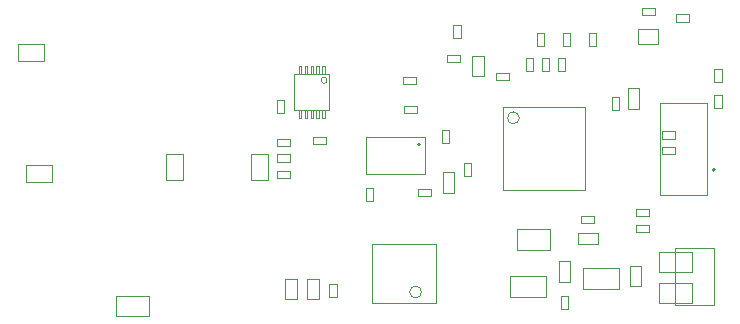
<source format=gbr>
%TF.GenerationSoftware,Altium Limited,Altium Designer,20.2.6 (244)*%
G04 Layer_Color=16711935*
%FSLAX45Y45*%
%MOMM*%
%TF.SameCoordinates,5B1E47F8-7F56-49C7-AB48-EE235D2752C7*%
%TF.FilePolarity,Positive*%
%TF.FileFunction,Other,Mechanical_13*%
%TF.Part,Single*%
G01*
G75*
%TA.AperFunction,NonConductor*%
%ADD60C,0.20000*%
%ADD62C,0.10000*%
D60*
X3668120Y1604705D02*
G03*
X3668120Y1604705I-10000J0D01*
G01*
X6165000Y1390000D02*
G03*
X6165000Y1390000I-10000J0D01*
G01*
D62*
X2879500Y2148401D02*
G03*
X2879500Y2148401I-25400J0D01*
G01*
X4507475Y1830050D02*
G03*
X4507475Y1830050I-50000J0D01*
G01*
X3680000Y355000D02*
G03*
X3680000Y355000I-50000J0D01*
G01*
X5690000Y435000D02*
X5970000D01*
X5690000Y265000D02*
X5970000D01*
X5690000D02*
Y435000D01*
X5970000Y265000D02*
Y435000D01*
X6155100Y248700D02*
Y731300D01*
X5824900D02*
X6155100D01*
X5824900Y248700D02*
Y731300D01*
Y248700D02*
X6155100D01*
X4040000Y1335000D02*
Y1445000D01*
X4100000Y1335000D02*
Y1445000D01*
X4040000Y1335000D02*
X4100000D01*
X4040000Y1445000D02*
X4100000D01*
X3862500Y1192500D02*
X3957500D01*
X3862500Y1367500D02*
X3957500D01*
X3862500Y1192500D02*
Y1367500D01*
X3957500Y1192500D02*
Y1367500D01*
X3651000Y1170000D02*
Y1230000D01*
X3761000Y1170000D02*
Y1230000D01*
X3651000D02*
X3761000D01*
X3651000Y1170000D02*
X3761000D01*
X3210000Y1125000D02*
X3270000D01*
X3210000Y1235000D02*
X3270000D01*
X3210000Y1125000D02*
Y1235000D01*
X3270000Y1125000D02*
Y1235000D01*
X3525000Y2120000D02*
Y2180000D01*
X3635000Y2120000D02*
Y2180000D01*
X3525000D02*
X3635000D01*
X3525000Y2120000D02*
X3635000D01*
X3527475Y1870000D02*
Y1930000D01*
X3637475Y1870000D02*
Y1930000D01*
X3527475D02*
X3637475D01*
X3527475Y1870000D02*
X3637475D01*
X3850000Y1725000D02*
X3910000D01*
X3850000Y1615000D02*
X3910000D01*
Y1725000D01*
X3850000Y1615000D02*
Y1725000D01*
X4109975Y2180076D02*
Y2355076D01*
X4204975Y2180076D02*
Y2355076D01*
X4109975Y2180076D02*
X4204975D01*
X4109975Y2355076D02*
X4204975D01*
X3892500Y2360000D02*
X4002500D01*
X3892500Y2300000D02*
X4002500D01*
X3892500D02*
Y2360000D01*
X4002500Y2300000D02*
Y2360000D01*
X3950000Y2505000D02*
Y2615000D01*
X4010000Y2505000D02*
Y2615000D01*
X3950000Y2505000D02*
X4010000D01*
X3950000Y2615000D02*
X4010000D01*
X4717475Y2440076D02*
Y2550076D01*
X4657475Y2440076D02*
Y2550076D01*
X4717475D01*
X4657475Y2440076D02*
X4717475D01*
X4562450Y2225051D02*
Y2335051D01*
X4622450Y2225051D02*
Y2335051D01*
X4562450Y2225051D02*
X4622450D01*
X4562450Y2335051D02*
X4622450D01*
X4697475Y2225051D02*
Y2335051D01*
X4757475Y2225051D02*
Y2335051D01*
X4697475Y2225051D02*
X4757475D01*
X4697475Y2335051D02*
X4757475D01*
X4837384Y2225051D02*
Y2335051D01*
X4897384Y2225051D02*
Y2335051D01*
X4837384Y2225051D02*
X4897384D01*
X4837384Y2335051D02*
X4897384D01*
X4937475Y2440077D02*
Y2550077D01*
X4877475Y2440077D02*
Y2550077D01*
X4937475D01*
X4877475Y2440077D02*
X4937475D01*
X5098794Y2435000D02*
Y2545000D01*
X5158794Y2435000D02*
Y2545000D01*
X5098794Y2435000D02*
X5158794D01*
X5098794Y2545000D02*
X5158794D01*
X5525026Y1905000D02*
Y2080000D01*
X5430026Y1905000D02*
Y2080000D01*
X5525026D01*
X5430026Y1905000D02*
X5525026D01*
X5515000Y2455000D02*
X5685000D01*
X5515000Y2585000D02*
X5685000D01*
X5515000Y2455000D02*
Y2585000D01*
X5685000Y2455000D02*
Y2585000D01*
X5835000Y2705041D02*
X5945000D01*
X5835000Y2645041D02*
X5945000D01*
X5835000D02*
Y2705041D01*
X5945000Y2645041D02*
Y2705041D01*
X6160000Y2132500D02*
Y2242500D01*
X6220000Y2132500D02*
Y2242500D01*
X6160000Y2132500D02*
X6220000D01*
X6160000Y2242500D02*
X6220000D01*
X5712500Y1655025D02*
X5822500D01*
X5712500Y1715025D02*
X5822500D01*
Y1655025D02*
Y1715025D01*
X5712500Y1655025D02*
Y1715025D01*
X5715000Y1520000D02*
X5825000D01*
X5715000Y1580000D02*
X5825000D01*
Y1520000D02*
Y1580000D01*
X5715000Y1520000D02*
Y1580000D01*
X5492500Y1060000D02*
X5602500D01*
X5492500Y1000000D02*
X5602500D01*
X5492500D02*
Y1060000D01*
X5602500Y1000000D02*
Y1060000D01*
X5495000Y924975D02*
X5605000D01*
X5495000Y864975D02*
X5605000D01*
X5495000D02*
Y924975D01*
X5605000Y864975D02*
Y924975D01*
X5029000Y937525D02*
X5139000D01*
X5029000Y997525D02*
X5139000D01*
Y937525D02*
Y997525D01*
X5029000Y937525D02*
Y997525D01*
X5002500Y762500D02*
X5177500D01*
X5002500Y857500D02*
X5177500D01*
Y762500D02*
Y857500D01*
X5002500Y762500D02*
Y857500D01*
X5690000Y695000D02*
X5970000D01*
X5690000Y525000D02*
X5970000D01*
X5690000D02*
Y695000D01*
X5970000Y525000D02*
Y695000D01*
X5442475Y402500D02*
Y577500D01*
X5537474Y402500D02*
Y577500D01*
X5442475Y402500D02*
X5537474D01*
X5442475Y577500D02*
X5537474D01*
X5050000Y382500D02*
X5350000D01*
X5050000Y557500D02*
X5350000D01*
X5050000Y382500D02*
Y557500D01*
X5350000Y382500D02*
Y557500D01*
X4842500Y442500D02*
Y617500D01*
X4937500Y442500D02*
Y617500D01*
X4842500Y442500D02*
X4937500D01*
X4842500Y617500D02*
X4937500D01*
X4920000Y212500D02*
Y322500D01*
X4860000Y212500D02*
Y322500D01*
X4920000D01*
X4860000Y212500D02*
X4920000D01*
X4429974Y487500D02*
X4729974D01*
X4429974Y312500D02*
X4729974D01*
Y487500D01*
X4429974Y312500D02*
Y487500D01*
X2900000Y315000D02*
Y425000D01*
X2960000Y315000D02*
Y425000D01*
X2900000Y315000D02*
X2960000D01*
X2900000Y425000D02*
X2960000D01*
X2712500Y292500D02*
Y467500D01*
X2807500Y292500D02*
Y467500D01*
X2712500Y292500D02*
X2807500D01*
X2712500Y467500D02*
X2807500D01*
X2527474Y292500D02*
Y467500D01*
X2622474Y292500D02*
Y467500D01*
X2527474Y292500D02*
X2622474D01*
X2527474Y467500D02*
X2622474D01*
X2237500Y1305000D02*
Y1525000D01*
X2382500Y1305000D02*
Y1525000D01*
X2237500Y1305000D02*
X2382500D01*
X2237500Y1525000D02*
X2382500D01*
X2460025Y1595026D02*
X2570025D01*
X2460025Y1655025D02*
X2570025D01*
Y1595026D02*
Y1655025D01*
X2460025Y1595026D02*
Y1655025D01*
Y1460000D02*
X2570025D01*
X2460025Y1520000D02*
X2570025D01*
Y1460000D02*
Y1520000D01*
X2460025Y1460000D02*
Y1520000D01*
Y1320000D02*
X2570025D01*
X2460025Y1380000D02*
X2570025D01*
Y1320000D02*
Y1380000D01*
X2460025Y1320000D02*
Y1380000D01*
X2765000Y1610000D02*
X2875000D01*
X2765000Y1670000D02*
X2875000D01*
Y1610000D02*
Y1670000D01*
X2765000Y1610000D02*
Y1670000D01*
X2457475Y1871000D02*
Y1981000D01*
X2517475Y1871000D02*
Y1981000D01*
X2457475Y1871000D02*
X2517475D01*
X2457475Y1981000D02*
X2517475D01*
X265000Y2307500D02*
X485000D01*
X265000Y2452500D02*
X485000D01*
Y2307500D02*
Y2452500D01*
X265000Y2307500D02*
Y2452500D01*
X1090000Y325000D02*
X1370000D01*
X1090000Y155000D02*
X1370000D01*
X1090000D02*
Y325000D01*
X1370000Y155000D02*
Y325000D01*
X330000Y1287475D02*
X550000D01*
X330000Y1432475D02*
X550000D01*
Y1287475D02*
Y1432475D01*
X330000Y1287475D02*
Y1432475D01*
X1517525Y1300000D02*
Y1520000D01*
X1662525Y1300000D02*
Y1520000D01*
X1517525Y1300000D02*
X1662525D01*
X1517525Y1520000D02*
X1662525D01*
X3210000Y1350725D02*
X3710000D01*
X3210000D02*
Y1670725D01*
X3710000D01*
Y1350725D02*
Y1670725D01*
X5545000Y2760000D02*
X5655000D01*
X5545000Y2700000D02*
X5655000D01*
X5545000D02*
Y2760000D01*
X5655000Y2700000D02*
Y2760000D01*
X6160000Y2022500D02*
X6220000D01*
X6160000Y1912500D02*
X6220000D01*
Y2022500D01*
X6160000Y1912500D02*
Y2022500D01*
X5290000Y1895000D02*
X5350000D01*
X5290000Y2005000D02*
X5350000D01*
X5290000Y1895000D02*
Y2005000D01*
X5350000Y1895000D02*
Y2005000D01*
X5695000Y1175000D02*
X6095000D01*
Y1955000D01*
X5695000D02*
X6095000D01*
X5695000Y1175000D02*
Y1955000D01*
X2600000Y1900001D02*
X2900000D01*
X2600000D02*
Y2200000D01*
X2900000D01*
Y1900001D02*
Y2200000D01*
X2840000Y1830000D02*
X2850000D01*
X2840000D02*
Y1900001D01*
X2860000Y1830000D02*
Y1900001D01*
X2850000Y1830000D02*
X2860000D01*
X2800000D02*
X2810000D01*
Y1900001D01*
X2790000Y1830000D02*
Y1900001D01*
Y1830000D02*
X2800000D01*
X2750000D02*
X2760000D01*
Y1900001D01*
X2740000Y1830000D02*
Y1900001D01*
Y1830000D02*
X2750000D01*
X2700000D02*
X2710000D01*
Y1900001D01*
X2690000Y1830000D02*
Y1900001D01*
Y1830000D02*
X2700000D01*
X2650000D02*
X2660000D01*
Y1900001D01*
X2640000Y1830000D02*
Y1900001D01*
Y1830000D02*
X2650000D01*
X2640000Y2270001D02*
X2650000D01*
X2640000Y2200000D02*
Y2270001D01*
X2660000Y2200000D02*
Y2270001D01*
X2650000D02*
X2660000D01*
X2690000D02*
X2700000D01*
X2690000Y2200000D02*
Y2270001D01*
X2710000Y2200000D02*
Y2270001D01*
X2700000D02*
X2710000D01*
X2740000D02*
X2750000D01*
X2740000Y2200000D02*
Y2270001D01*
X2760000Y2200000D02*
Y2270001D01*
X2750000D02*
X2760000D01*
X2790000D02*
X2800000D01*
X2790000Y2200000D02*
Y2270001D01*
X2810000Y2200000D02*
Y2270001D01*
X2800000D02*
X2810000D01*
X2850000D02*
X2860000D01*
Y2200000D02*
Y2270001D01*
X2840000Y2200000D02*
Y2270001D01*
X2850000D01*
X4770000Y715000D02*
Y885000D01*
X4490000Y715000D02*
Y885000D01*
Y715000D02*
X4770000D01*
X4490000Y885000D02*
X4770000D01*
X4367475Y1220050D02*
X5067475D01*
X4367475Y1920050D02*
X5067475D01*
Y1220050D02*
Y1920050D01*
X4367475Y1220050D02*
Y1920050D01*
X4416475Y2150051D02*
Y2210050D01*
X4306475Y2150051D02*
Y2210050D01*
Y2150051D02*
X4416475D01*
X4306475Y2210050D02*
X4416475D01*
X3260000Y760000D02*
X3800000D01*
X3260000Y260000D02*
X3800000D01*
X3260000D02*
Y760000D01*
X3800000Y260000D02*
Y760000D01*
%TF.MD5,62f761e0b289cf59c4c0a36595a9f09e*%
M02*

</source>
